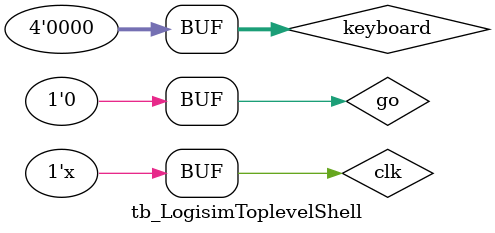
<source format=v>
`timescale  1ns / 1ps

module tb_LogisimToplevelShell;

// LogisimToplevelShell Parameters


// LogisimToplevelShell Inputs
reg   clk   = 0 ;
reg   go    = 0 ;
reg   [3:0]keyboard = 0  ;
// LogisimToplevelShell Outputs
wire  [7:0]  seg                           ;
wire  [7:0]  na                            ;
wire  [11:0]  rgb                          ;
wire  hsync                                ;
wire  vsync                                ;

always begin
    #5 clk = ~clk;
end
initial begin
    #5000   keyboard = 4'b0001;
    #2000000 keyboard = 4'b0000;
end
LogisimToplevelShell  u_LogisimToplevelShell (
    .FPGA_GlobalClock        ( clk          ),
    .go                      ( go           ),

    .seg                     ( seg               [7:0]  ),
    .na                      ( na                [7:0]  ),
    .rgb                     ( rgb               [11:0] ),
    .hsync                   ( hsync                    ),
    .vsync                   ( vsync                    ),
    .keyboard_in             ( keyboard              )
);

endmodule

</source>
